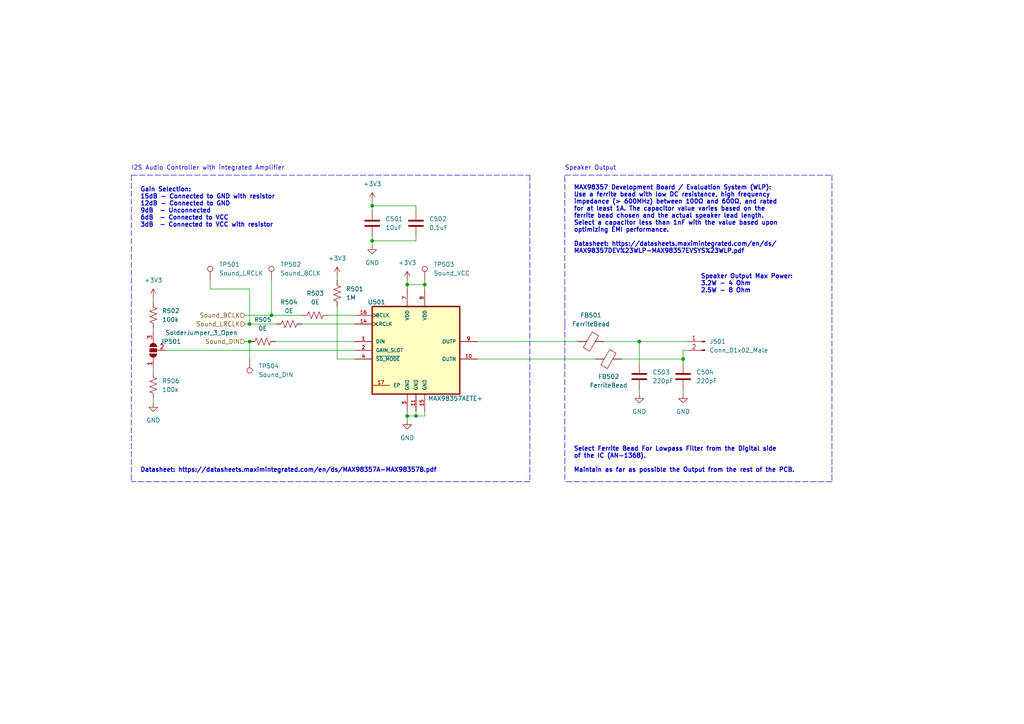
<source format=kicad_sch>
(kicad_sch (version 20211123) (generator eeschema)

  (uuid f8593393-2c8a-4bc9-9883-9334513e02bf)

  (paper "A4")

  (title_block
    (title "Thesis Proyect Luis Ernesto Fdez")
    (date "2022-03-17")
    (rev "A")
    (company "Universidad Autónoma de Querétaro")
    (comment 1 "external sensors and LEGO mechanical construction elements as educational equipment.")
    (comment 2 "Design implemets a replacement for the LEGO Mindstorms robot controllers for use with")
    (comment 3 "Distributed Open-source as: CC BY-SA 4.0")
  )

  (lib_symbols
    (symbol "Connector:Conn_01x02_Male" (pin_names (offset 1.016) hide) (in_bom yes) (on_board yes)
      (property "Reference" "J" (id 0) (at 0 2.54 0)
        (effects (font (size 1.27 1.27)))
      )
      (property "Value" "Conn_01x02_Male" (id 1) (at 0 -5.08 0)
        (effects (font (size 1.27 1.27)))
      )
      (property "Footprint" "" (id 2) (at 0 0 0)
        (effects (font (size 1.27 1.27)) hide)
      )
      (property "Datasheet" "~" (id 3) (at 0 0 0)
        (effects (font (size 1.27 1.27)) hide)
      )
      (property "ki_keywords" "connector" (id 4) (at 0 0 0)
        (effects (font (size 1.27 1.27)) hide)
      )
      (property "ki_description" "Generic connector, single row, 01x02, script generated (kicad-library-utils/schlib/autogen/connector/)" (id 5) (at 0 0 0)
        (effects (font (size 1.27 1.27)) hide)
      )
      (property "ki_fp_filters" "Connector*:*_1x??_*" (id 6) (at 0 0 0)
        (effects (font (size 1.27 1.27)) hide)
      )
      (symbol "Conn_01x02_Male_1_1"
        (polyline
          (pts
            (xy 1.27 -2.54)
            (xy 0.8636 -2.54)
          )
          (stroke (width 0.1524) (type default) (color 0 0 0 0))
          (fill (type none))
        )
        (polyline
          (pts
            (xy 1.27 0)
            (xy 0.8636 0)
          )
          (stroke (width 0.1524) (type default) (color 0 0 0 0))
          (fill (type none))
        )
        (rectangle (start 0.8636 -2.413) (end 0 -2.667)
          (stroke (width 0.1524) (type default) (color 0 0 0 0))
          (fill (type outline))
        )
        (rectangle (start 0.8636 0.127) (end 0 -0.127)
          (stroke (width 0.1524) (type default) (color 0 0 0 0))
          (fill (type outline))
        )
        (pin passive line (at 5.08 0 180) (length 3.81)
          (name "Pin_1" (effects (font (size 1.27 1.27))))
          (number "1" (effects (font (size 1.27 1.27))))
        )
        (pin passive line (at 5.08 -2.54 180) (length 3.81)
          (name "Pin_2" (effects (font (size 1.27 1.27))))
          (number "2" (effects (font (size 1.27 1.27))))
        )
      )
    )
    (symbol "Connector:TestPoint" (pin_numbers hide) (pin_names (offset 0.762) hide) (in_bom yes) (on_board yes)
      (property "Reference" "TP" (id 0) (at 0 6.858 0)
        (effects (font (size 1.27 1.27)))
      )
      (property "Value" "TestPoint" (id 1) (at 0 5.08 0)
        (effects (font (size 1.27 1.27)))
      )
      (property "Footprint" "" (id 2) (at 5.08 0 0)
        (effects (font (size 1.27 1.27)) hide)
      )
      (property "Datasheet" "~" (id 3) (at 5.08 0 0)
        (effects (font (size 1.27 1.27)) hide)
      )
      (property "ki_keywords" "test point tp" (id 4) (at 0 0 0)
        (effects (font (size 1.27 1.27)) hide)
      )
      (property "ki_description" "test point" (id 5) (at 0 0 0)
        (effects (font (size 1.27 1.27)) hide)
      )
      (property "ki_fp_filters" "Pin* Test*" (id 6) (at 0 0 0)
        (effects (font (size 1.27 1.27)) hide)
      )
      (symbol "TestPoint_0_1"
        (circle (center 0 3.302) (radius 0.762)
          (stroke (width 0) (type default) (color 0 0 0 0))
          (fill (type none))
        )
      )
      (symbol "TestPoint_1_1"
        (pin passive line (at 0 0 90) (length 2.54)
          (name "1" (effects (font (size 1.27 1.27))))
          (number "1" (effects (font (size 1.27 1.27))))
        )
      )
    )
    (symbol "Device:C" (pin_numbers hide) (pin_names (offset 0.254)) (in_bom yes) (on_board yes)
      (property "Reference" "C" (id 0) (at 0.635 2.54 0)
        (effects (font (size 1.27 1.27)) (justify left))
      )
      (property "Value" "C" (id 1) (at 0.635 -2.54 0)
        (effects (font (size 1.27 1.27)) (justify left))
      )
      (property "Footprint" "" (id 2) (at 0.9652 -3.81 0)
        (effects (font (size 1.27 1.27)) hide)
      )
      (property "Datasheet" "~" (id 3) (at 0 0 0)
        (effects (font (size 1.27 1.27)) hide)
      )
      (property "ki_keywords" "cap capacitor" (id 4) (at 0 0 0)
        (effects (font (size 1.27 1.27)) hide)
      )
      (property "ki_description" "Unpolarized capacitor" (id 5) (at 0 0 0)
        (effects (font (size 1.27 1.27)) hide)
      )
      (property "ki_fp_filters" "C_*" (id 6) (at 0 0 0)
        (effects (font (size 1.27 1.27)) hide)
      )
      (symbol "C_0_1"
        (polyline
          (pts
            (xy -2.032 -0.762)
            (xy 2.032 -0.762)
          )
          (stroke (width 0.508) (type default) (color 0 0 0 0))
          (fill (type none))
        )
        (polyline
          (pts
            (xy -2.032 0.762)
            (xy 2.032 0.762)
          )
          (stroke (width 0.508) (type default) (color 0 0 0 0))
          (fill (type none))
        )
      )
      (symbol "C_1_1"
        (pin passive line (at 0 3.81 270) (length 2.794)
          (name "~" (effects (font (size 1.27 1.27))))
          (number "1" (effects (font (size 1.27 1.27))))
        )
        (pin passive line (at 0 -3.81 90) (length 2.794)
          (name "~" (effects (font (size 1.27 1.27))))
          (number "2" (effects (font (size 1.27 1.27))))
        )
      )
    )
    (symbol "Device:FerriteBead" (pin_numbers hide) (pin_names (offset 0)) (in_bom yes) (on_board yes)
      (property "Reference" "FB" (id 0) (at -3.81 0.635 90)
        (effects (font (size 1.27 1.27)))
      )
      (property "Value" "FerriteBead" (id 1) (at 3.81 0 90)
        (effects (font (size 1.27 1.27)))
      )
      (property "Footprint" "" (id 2) (at -1.778 0 90)
        (effects (font (size 1.27 1.27)) hide)
      )
      (property "Datasheet" "~" (id 3) (at 0 0 0)
        (effects (font (size 1.27 1.27)) hide)
      )
      (property "ki_keywords" "L ferrite bead inductor filter" (id 4) (at 0 0 0)
        (effects (font (size 1.27 1.27)) hide)
      )
      (property "ki_description" "Ferrite bead" (id 5) (at 0 0 0)
        (effects (font (size 1.27 1.27)) hide)
      )
      (property "ki_fp_filters" "Inductor_* L_* *Ferrite*" (id 6) (at 0 0 0)
        (effects (font (size 1.27 1.27)) hide)
      )
      (symbol "FerriteBead_0_1"
        (polyline
          (pts
            (xy 0 -1.27)
            (xy 0 -1.2192)
          )
          (stroke (width 0) (type default) (color 0 0 0 0))
          (fill (type none))
        )
        (polyline
          (pts
            (xy 0 1.27)
            (xy 0 1.2954)
          )
          (stroke (width 0) (type default) (color 0 0 0 0))
          (fill (type none))
        )
        (polyline
          (pts
            (xy -2.7686 0.4064)
            (xy -1.7018 2.2606)
            (xy 2.7686 -0.3048)
            (xy 1.6764 -2.159)
            (xy -2.7686 0.4064)
          )
          (stroke (width 0) (type default) (color 0 0 0 0))
          (fill (type none))
        )
      )
      (symbol "FerriteBead_1_1"
        (pin passive line (at 0 3.81 270) (length 2.54)
          (name "~" (effects (font (size 1.27 1.27))))
          (number "1" (effects (font (size 1.27 1.27))))
        )
        (pin passive line (at 0 -3.81 90) (length 2.54)
          (name "~" (effects (font (size 1.27 1.27))))
          (number "2" (effects (font (size 1.27 1.27))))
        )
      )
    )
    (symbol "Device:R_US" (pin_numbers hide) (pin_names (offset 0)) (in_bom yes) (on_board yes)
      (property "Reference" "R" (id 0) (at 2.54 0 90)
        (effects (font (size 1.27 1.27)))
      )
      (property "Value" "R_US" (id 1) (at -2.54 0 90)
        (effects (font (size 1.27 1.27)))
      )
      (property "Footprint" "" (id 2) (at 1.016 -0.254 90)
        (effects (font (size 1.27 1.27)) hide)
      )
      (property "Datasheet" "~" (id 3) (at 0 0 0)
        (effects (font (size 1.27 1.27)) hide)
      )
      (property "ki_keywords" "R res resistor" (id 4) (at 0 0 0)
        (effects (font (size 1.27 1.27)) hide)
      )
      (property "ki_description" "Resistor, US symbol" (id 5) (at 0 0 0)
        (effects (font (size 1.27 1.27)) hide)
      )
      (property "ki_fp_filters" "R_*" (id 6) (at 0 0 0)
        (effects (font (size 1.27 1.27)) hide)
      )
      (symbol "R_US_0_1"
        (polyline
          (pts
            (xy 0 -2.286)
            (xy 0 -2.54)
          )
          (stroke (width 0) (type default) (color 0 0 0 0))
          (fill (type none))
        )
        (polyline
          (pts
            (xy 0 2.286)
            (xy 0 2.54)
          )
          (stroke (width 0) (type default) (color 0 0 0 0))
          (fill (type none))
        )
        (polyline
          (pts
            (xy 0 -0.762)
            (xy 1.016 -1.143)
            (xy 0 -1.524)
            (xy -1.016 -1.905)
            (xy 0 -2.286)
          )
          (stroke (width 0) (type default) (color 0 0 0 0))
          (fill (type none))
        )
        (polyline
          (pts
            (xy 0 0.762)
            (xy 1.016 0.381)
            (xy 0 0)
            (xy -1.016 -0.381)
            (xy 0 -0.762)
          )
          (stroke (width 0) (type default) (color 0 0 0 0))
          (fill (type none))
        )
        (polyline
          (pts
            (xy 0 2.286)
            (xy 1.016 1.905)
            (xy 0 1.524)
            (xy -1.016 1.143)
            (xy 0 0.762)
          )
          (stroke (width 0) (type default) (color 0 0 0 0))
          (fill (type none))
        )
      )
      (symbol "R_US_1_1"
        (pin passive line (at 0 3.81 270) (length 1.27)
          (name "~" (effects (font (size 1.27 1.27))))
          (number "1" (effects (font (size 1.27 1.27))))
        )
        (pin passive line (at 0 -3.81 90) (length 1.27)
          (name "~" (effects (font (size 1.27 1.27))))
          (number "2" (effects (font (size 1.27 1.27))))
        )
      )
    )
    (symbol "Jumper:SolderJumper_3_Open" (pin_names (offset 0) hide) (in_bom yes) (on_board yes)
      (property "Reference" "JP" (id 0) (at -2.54 -2.54 0)
        (effects (font (size 1.27 1.27)))
      )
      (property "Value" "SolderJumper_3_Open" (id 1) (at 0 2.794 0)
        (effects (font (size 1.27 1.27)))
      )
      (property "Footprint" "" (id 2) (at 0 0 0)
        (effects (font (size 1.27 1.27)) hide)
      )
      (property "Datasheet" "~" (id 3) (at 0 0 0)
        (effects (font (size 1.27 1.27)) hide)
      )
      (property "ki_keywords" "Solder Jumper SPDT" (id 4) (at 0 0 0)
        (effects (font (size 1.27 1.27)) hide)
      )
      (property "ki_description" "Solder Jumper, 3-pole, open" (id 5) (at 0 0 0)
        (effects (font (size 1.27 1.27)) hide)
      )
      (property "ki_fp_filters" "SolderJumper*Open*" (id 6) (at 0 0 0)
        (effects (font (size 1.27 1.27)) hide)
      )
      (symbol "SolderJumper_3_Open_0_1"
        (arc (start -1.016 1.016) (mid -2.032 0) (end -1.016 -1.016)
          (stroke (width 0) (type default) (color 0 0 0 0))
          (fill (type none))
        )
        (arc (start -1.016 1.016) (mid -2.032 0) (end -1.016 -1.016)
          (stroke (width 0) (type default) (color 0 0 0 0))
          (fill (type outline))
        )
        (rectangle (start -0.508 1.016) (end 0.508 -1.016)
          (stroke (width 0) (type default) (color 0 0 0 0))
          (fill (type outline))
        )
        (polyline
          (pts
            (xy -2.54 0)
            (xy -2.032 0)
          )
          (stroke (width 0) (type default) (color 0 0 0 0))
          (fill (type none))
        )
        (polyline
          (pts
            (xy -1.016 1.016)
            (xy -1.016 -1.016)
          )
          (stroke (width 0) (type default) (color 0 0 0 0))
          (fill (type none))
        )
        (polyline
          (pts
            (xy 0 -1.27)
            (xy 0 -1.016)
          )
          (stroke (width 0) (type default) (color 0 0 0 0))
          (fill (type none))
        )
        (polyline
          (pts
            (xy 1.016 1.016)
            (xy 1.016 -1.016)
          )
          (stroke (width 0) (type default) (color 0 0 0 0))
          (fill (type none))
        )
        (polyline
          (pts
            (xy 2.54 0)
            (xy 2.032 0)
          )
          (stroke (width 0) (type default) (color 0 0 0 0))
          (fill (type none))
        )
        (arc (start 1.016 -1.016) (mid 2.032 0) (end 1.016 1.016)
          (stroke (width 0) (type default) (color 0 0 0 0))
          (fill (type none))
        )
        (arc (start 1.016 -1.016) (mid 2.032 0) (end 1.016 1.016)
          (stroke (width 0) (type default) (color 0 0 0 0))
          (fill (type outline))
        )
      )
      (symbol "SolderJumper_3_Open_1_1"
        (pin passive line (at -5.08 0 0) (length 2.54)
          (name "A" (effects (font (size 1.27 1.27))))
          (number "1" (effects (font (size 1.27 1.27))))
        )
        (pin passive line (at 0 -3.81 90) (length 2.54)
          (name "C" (effects (font (size 1.27 1.27))))
          (number "2" (effects (font (size 1.27 1.27))))
        )
        (pin passive line (at 5.08 0 180) (length 2.54)
          (name "B" (effects (font (size 1.27 1.27))))
          (number "3" (effects (font (size 1.27 1.27))))
        )
      )
    )
    (symbol "MAX98357AETE_:MAX98357AETE+" (pin_names (offset 1.016)) (in_bom yes) (on_board yes)
      (property "Reference" "U" (id 0) (at -12.7254 13.7414 0)
        (effects (font (size 1.27 1.27)) (justify left bottom))
      )
      (property "Value" "MAX98357AETE+" (id 1) (at 5.08 -15.24 0)
        (effects (font (size 1.27 1.27)) (justify left bottom))
      )
      (property "Footprint" "SnapEDA Library:QFN50P300X300X80-17N" (id 2) (at 5.08 -27.94 0)
        (effects (font (size 1.27 1.27)) (justify left bottom) hide)
      )
      (property "Datasheet" "" (id 3) (at 0 0 0)
        (effects (font (size 1.27 1.27)) (justify left bottom) hide)
      )
      (property "STANDARD" "IPC7351B" (id 4) (at 5.08 -22.86 0)
        (effects (font (size 1.27 1.27)) (justify left bottom) hide)
      )
      (property "DESCRIPTION" "Audio Amp Speaker 1-CH Mono Class-D 16-Pin TQFN EP" (id 5) (at 5.08 -30.48 0)
        (effects (font (size 1.27 1.27)) (justify left bottom) hide)
      )
      (property "MP" "MAX98357AETE+" (id 6) (at 5.08 -20.32 0)
        (effects (font (size 1.27 1.27)) (justify left bottom) hide)
      )
      (property "PACKAGE" "TQFN-16 Maxim Integrated" (id 7) (at 5.08 -33.02 0)
        (effects (font (size 1.27 1.27)) (justify left bottom) hide)
      )
      (property "MANUFACTURER" "Maxim Integrated" (id 8) (at 5.08 -17.78 0)
        (effects (font (size 1.27 1.27)) (justify left bottom) hide)
      )
      (property "PRICE" "None" (id 9) (at 5.08 -25.4 0)
        (effects (font (size 1.27 1.27)) (justify left bottom) hide)
      )
      (property "ki_locked" "" (id 10) (at 0 0 0)
        (effects (font (size 1.27 1.27)))
      )
      (symbol "MAX98357AETE+_0_0"
        (rectangle (start -12.7 12.7) (end 12.7 -12.7)
          (stroke (width 0.4064) (type default) (color 0 0 0 0))
          (fill (type background))
        )
        (pin input line (at -17.78 2.54 0) (length 5.08)
          (name "DIN" (effects (font (size 1.016 1.016))))
          (number "1" (effects (font (size 1.016 1.016))))
        )
        (pin output line (at 17.78 -2.54 180) (length 5.08)
          (name "OUTN" (effects (font (size 1.016 1.016))))
          (number "10" (effects (font (size 1.016 1.016))))
        )
        (pin power_in line (at 0 -17.78 90) (length 5.08)
          (name "GND" (effects (font (size 1.016 1.016))))
          (number "11" (effects (font (size 1.016 1.016))))
        )
        (pin input clock (at -17.78 7.62 0) (length 5.08)
          (name "LRCLK" (effects (font (size 1.016 1.016))))
          (number "14" (effects (font (size 1.016 1.016))))
        )
        (pin power_in line (at 2.54 -17.78 90) (length 5.08)
          (name "GND" (effects (font (size 1.016 1.016))))
          (number "15" (effects (font (size 1.016 1.016))))
        )
        (pin input clock (at -17.78 10.16 0) (length 5.08)
          (name "BCLK" (effects (font (size 1.016 1.016))))
          (number "16" (effects (font (size 1.016 1.016))))
        )
        (pin power_in line (at -12.7 -10.16 0) (length 5.08)
          (name "EP" (effects (font (size 1.016 1.016))))
          (number "17" (effects (font (size 1.016 1.016))))
        )
        (pin input line (at -17.78 0 0) (length 5.08)
          (name "GAIN_SLOT" (effects (font (size 1.016 1.016))))
          (number "2" (effects (font (size 1.016 1.016))))
        )
        (pin power_in line (at -2.54 -17.78 90) (length 5.08)
          (name "GND" (effects (font (size 1.016 1.016))))
          (number "3" (effects (font (size 1.016 1.016))))
        )
        (pin input line (at -17.78 -2.54 0) (length 5.08)
          (name "~{SD_MODE}" (effects (font (size 1.016 1.016))))
          (number "4" (effects (font (size 1.016 1.016))))
        )
        (pin power_in line (at -2.54 17.78 270) (length 5.08)
          (name "VDD" (effects (font (size 1.016 1.016))))
          (number "7" (effects (font (size 1.016 1.016))))
        )
        (pin power_in line (at 2.54 17.78 270) (length 5.08)
          (name "VDD" (effects (font (size 1.016 1.016))))
          (number "8" (effects (font (size 1.016 1.016))))
        )
        (pin output line (at 17.78 2.54 180) (length 5.08)
          (name "OUTP" (effects (font (size 1.016 1.016))))
          (number "9" (effects (font (size 1.016 1.016))))
        )
      )
    )
    (symbol "power:+3.3V" (power) (pin_names (offset 0)) (in_bom yes) (on_board yes)
      (property "Reference" "#PWR" (id 0) (at 0 -3.81 0)
        (effects (font (size 1.27 1.27)) hide)
      )
      (property "Value" "+3.3V" (id 1) (at 0 3.556 0)
        (effects (font (size 1.27 1.27)))
      )
      (property "Footprint" "" (id 2) (at 0 0 0)
        (effects (font (size 1.27 1.27)) hide)
      )
      (property "Datasheet" "" (id 3) (at 0 0 0)
        (effects (font (size 1.27 1.27)) hide)
      )
      (property "ki_keywords" "power-flag" (id 4) (at 0 0 0)
        (effects (font (size 1.27 1.27)) hide)
      )
      (property "ki_description" "Power symbol creates a global label with name \"+3.3V\"" (id 5) (at 0 0 0)
        (effects (font (size 1.27 1.27)) hide)
      )
      (symbol "+3.3V_0_1"
        (polyline
          (pts
            (xy -0.762 1.27)
            (xy 0 2.54)
          )
          (stroke (width 0) (type default) (color 0 0 0 0))
          (fill (type none))
        )
        (polyline
          (pts
            (xy 0 0)
            (xy 0 2.54)
          )
          (stroke (width 0) (type default) (color 0 0 0 0))
          (fill (type none))
        )
        (polyline
          (pts
            (xy 0 2.54)
            (xy 0.762 1.27)
          )
          (stroke (width 0) (type default) (color 0 0 0 0))
          (fill (type none))
        )
      )
      (symbol "+3.3V_1_1"
        (pin power_in line (at 0 0 90) (length 0) hide
          (name "+3V3" (effects (font (size 1.27 1.27))))
          (number "1" (effects (font (size 1.27 1.27))))
        )
      )
    )
    (symbol "power:GND" (power) (pin_names (offset 0)) (in_bom yes) (on_board yes)
      (property "Reference" "#PWR" (id 0) (at 0 -6.35 0)
        (effects (font (size 1.27 1.27)) hide)
      )
      (property "Value" "GND" (id 1) (at 0 -3.81 0)
        (effects (font (size 1.27 1.27)))
      )
      (property "Footprint" "" (id 2) (at 0 0 0)
        (effects (font (size 1.27 1.27)) hide)
      )
      (property "Datasheet" "" (id 3) (at 0 0 0)
        (effects (font (size 1.27 1.27)) hide)
      )
      (property "ki_keywords" "power-flag" (id 4) (at 0 0 0)
        (effects (font (size 1.27 1.27)) hide)
      )
      (property "ki_description" "Power symbol creates a global label with name \"GND\" , ground" (id 5) (at 0 0 0)
        (effects (font (size 1.27 1.27)) hide)
      )
      (symbol "GND_0_1"
        (polyline
          (pts
            (xy 0 0)
            (xy 0 -1.27)
            (xy 1.27 -1.27)
            (xy 0 -2.54)
            (xy -1.27 -1.27)
            (xy 0 -1.27)
          )
          (stroke (width 0) (type default) (color 0 0 0 0))
          (fill (type none))
        )
      )
      (symbol "GND_1_1"
        (pin power_in line (at 0 0 270) (length 0) hide
          (name "GND" (effects (font (size 1.27 1.27))))
          (number "1" (effects (font (size 1.27 1.27))))
        )
      )
    )
  )

  (junction (at 72.39 99.06) (diameter 0) (color 0 0 0 0)
    (uuid 01a0a8b9-b70e-496b-8629-9b2e0b2bac22)
  )
  (junction (at 118.11 120.65) (diameter 0) (color 0 0 0 0)
    (uuid 0b328967-0cbd-4a6a-a956-fea5dd31c685)
  )
  (junction (at 185.42 99.06) (diameter 0) (color 0 0 0 0)
    (uuid 3424b603-07ad-456c-a119-88a7879f012d)
  )
  (junction (at 123.19 82.55) (diameter 0) (color 0 0 0 0)
    (uuid 49a0e89b-6000-45f9-b11c-cea7110ad0b2)
  )
  (junction (at 198.12 104.14) (diameter 0) (color 0 0 0 0)
    (uuid 90b5740f-aef4-4dc3-8b55-ca428cc9243b)
  )
  (junction (at 72.39 93.98) (diameter 0) (color 0 0 0 0)
    (uuid 96991370-054e-4b7e-ab87-51feb328ffff)
  )
  (junction (at 118.11 82.55) (diameter 0) (color 0 0 0 0)
    (uuid 9d949f52-79c8-4989-9cbf-7611627173bd)
  )
  (junction (at 78.74 91.44) (diameter 0) (color 0 0 0 0)
    (uuid 9e0bc174-cd40-41b2-a1ff-8cca192fab67)
  )
  (junction (at 107.95 59.69) (diameter 0) (color 0 0 0 0)
    (uuid a13c6e3d-b8ff-4a7b-b99c-38cc9cbeec19)
  )
  (junction (at 107.95 69.85) (diameter 0) (color 0 0 0 0)
    (uuid c2c0e427-364e-4525-a815-208fa26c3b72)
  )
  (junction (at 120.65 120.65) (diameter 0) (color 0 0 0 0)
    (uuid e14e97ca-70ec-413c-83c8-c973bb593213)
  )

  (polyline (pts (xy 241.3 50.8) (xy 241.3 139.7))
    (stroke (width 0) (type default) (color 0 0 0 0))
    (uuid 0157ac5a-db25-446d-add3-563d5dfca588)
  )

  (wire (pts (xy 185.42 113.03) (xy 185.42 114.3))
    (stroke (width 0) (type default) (color 0 0 0 0))
    (uuid 058ece99-4961-4766-abf4-a26880072776)
  )
  (wire (pts (xy 71.12 99.06) (xy 72.39 99.06))
    (stroke (width 0) (type default) (color 0 0 0 0))
    (uuid 09e2ed8b-dd2c-46df-bf6f-90db60d28340)
  )
  (wire (pts (xy 118.11 120.65) (xy 118.11 121.92))
    (stroke (width 0) (type default) (color 0 0 0 0))
    (uuid 0aa942eb-3146-4f64-8f2a-d2c67755a7c2)
  )
  (wire (pts (xy 198.12 104.14) (xy 198.12 105.41))
    (stroke (width 0) (type default) (color 0 0 0 0))
    (uuid 0e76fd45-2f84-409a-a082-f6d16f456f88)
  )
  (wire (pts (xy 123.19 81.28) (xy 123.19 82.55))
    (stroke (width 0) (type default) (color 0 0 0 0))
    (uuid 198be7db-58d6-4426-b533-a8563e924584)
  )
  (wire (pts (xy 198.12 113.03) (xy 198.12 114.3))
    (stroke (width 0) (type default) (color 0 0 0 0))
    (uuid 1c03305a-519e-429d-baef-bd4214799d9b)
  )
  (wire (pts (xy 97.79 88.9) (xy 97.79 104.14))
    (stroke (width 0) (type default) (color 0 0 0 0))
    (uuid 201b60da-0996-4375-9280-e48b725cfa99)
  )
  (wire (pts (xy 123.19 119.38) (xy 123.19 120.65))
    (stroke (width 0) (type default) (color 0 0 0 0))
    (uuid 20df01dd-0c9c-42c6-a334-2e67e51b4d7a)
  )
  (wire (pts (xy 123.19 120.65) (xy 120.65 120.65))
    (stroke (width 0) (type default) (color 0 0 0 0))
    (uuid 26d6d734-8ec6-46df-a4c2-f7af480b9916)
  )
  (wire (pts (xy 78.74 91.44) (xy 87.63 91.44))
    (stroke (width 0) (type default) (color 0 0 0 0))
    (uuid 2e0198bf-4b26-4d55-be28-e32dd6bad921)
  )
  (wire (pts (xy 120.65 69.85) (xy 107.95 69.85))
    (stroke (width 0) (type default) (color 0 0 0 0))
    (uuid 361b414a-e9e6-4122-a39f-48ad68e17c7b)
  )
  (wire (pts (xy 97.79 104.14) (xy 102.87 104.14))
    (stroke (width 0) (type default) (color 0 0 0 0))
    (uuid 40a3ee6b-0946-4df9-98ae-ffcc3db9ce35)
  )
  (wire (pts (xy 199.39 101.6) (xy 198.12 101.6))
    (stroke (width 0) (type default) (color 0 0 0 0))
    (uuid 46c6d832-7aef-46f4-965d-50e3cd0db0b0)
  )
  (wire (pts (xy 120.65 120.65) (xy 118.11 120.65))
    (stroke (width 0) (type default) (color 0 0 0 0))
    (uuid 4d61dafa-697e-4002-8dc7-524083c561f5)
  )
  (wire (pts (xy 138.43 104.14) (xy 172.72 104.14))
    (stroke (width 0) (type default) (color 0 0 0 0))
    (uuid 4dd661ed-beb0-4e60-80ae-07ac4473bc01)
  )
  (wire (pts (xy 198.12 101.6) (xy 198.12 104.14))
    (stroke (width 0) (type default) (color 0 0 0 0))
    (uuid 5850ed5d-4e7c-41f5-aed9-85320f4cc98e)
  )
  (wire (pts (xy 44.45 106.68) (xy 44.45 107.95))
    (stroke (width 0) (type default) (color 0 0 0 0))
    (uuid 5855c356-e7f2-4398-ae79-b802b0ee7e1b)
  )
  (wire (pts (xy 71.12 93.98) (xy 72.39 93.98))
    (stroke (width 0) (type default) (color 0 0 0 0))
    (uuid 5bcdf3a4-712b-40f8-8d52-b8b7ccab7136)
  )
  (wire (pts (xy 72.39 93.98) (xy 80.01 93.98))
    (stroke (width 0) (type default) (color 0 0 0 0))
    (uuid 5d96eeb4-9a93-4b1a-a1fc-aab10ced7522)
  )
  (wire (pts (xy 120.65 60.96) (xy 120.65 59.69))
    (stroke (width 0) (type default) (color 0 0 0 0))
    (uuid 649a67e0-dfc0-4585-825e-03905d7f752e)
  )
  (polyline (pts (xy 163.83 93.98) (xy 163.83 139.7))
    (stroke (width 0) (type default) (color 0 0 0 0))
    (uuid 663c361a-e31b-44ee-9de0-810c595caf3d)
  )

  (wire (pts (xy 44.45 95.25) (xy 44.45 96.52))
    (stroke (width 0) (type default) (color 0 0 0 0))
    (uuid 69466a13-3b82-40ca-8afc-fa0aa2b8fe99)
  )
  (wire (pts (xy 118.11 82.55) (xy 118.11 83.82))
    (stroke (width 0) (type default) (color 0 0 0 0))
    (uuid 6f0d7533-a31e-4a45-828e-bec96e2d907c)
  )
  (wire (pts (xy 107.95 59.69) (xy 120.65 59.69))
    (stroke (width 0) (type default) (color 0 0 0 0))
    (uuid 76132376-dab9-4891-b76c-afe0e427632d)
  )
  (wire (pts (xy 120.65 119.38) (xy 120.65 120.65))
    (stroke (width 0) (type default) (color 0 0 0 0))
    (uuid 7952b369-929e-49d2-92fe-eb08f36cb690)
  )
  (wire (pts (xy 118.11 81.28) (xy 118.11 82.55))
    (stroke (width 0) (type default) (color 0 0 0 0))
    (uuid 7a79143e-f8cf-4b96-9baf-bd9886dd3f1c)
  )
  (wire (pts (xy 123.19 83.82) (xy 123.19 82.55))
    (stroke (width 0) (type default) (color 0 0 0 0))
    (uuid 8667444a-964e-4f8d-9b07-5e20759ec93b)
  )
  (wire (pts (xy 107.95 69.85) (xy 107.95 71.12))
    (stroke (width 0) (type default) (color 0 0 0 0))
    (uuid 8b0ed2fb-c3d3-485d-9332-e30456ddcaae)
  )
  (polyline (pts (xy 153.67 50.8) (xy 153.67 139.7))
    (stroke (width 0) (type default) (color 0 0 0 0))
    (uuid 8ee60ec0-5610-42f3-948f-112b591c88ba)
  )
  (polyline (pts (xy 163.83 50.8) (xy 241.3 50.8))
    (stroke (width 0) (type default) (color 0 0 0 0))
    (uuid 927ea4ca-1ca3-4388-a24c-941eddcfe7c3)
  )

  (wire (pts (xy 72.39 83.82) (xy 72.39 93.98))
    (stroke (width 0) (type default) (color 0 0 0 0))
    (uuid 92df2d62-27b8-44f1-813e-da465a4fa89e)
  )
  (wire (pts (xy 120.65 68.58) (xy 120.65 69.85))
    (stroke (width 0) (type default) (color 0 0 0 0))
    (uuid 98a27080-c8ad-4154-b25a-ca44937b31cf)
  )
  (wire (pts (xy 87.63 93.98) (xy 102.87 93.98))
    (stroke (width 0) (type default) (color 0 0 0 0))
    (uuid 998d36e7-c82c-48da-a9dc-164ba5634d83)
  )
  (wire (pts (xy 71.12 91.44) (xy 78.74 91.44))
    (stroke (width 0) (type default) (color 0 0 0 0))
    (uuid a10e8c15-4587-4851-baf5-cbe28fda79b7)
  )
  (wire (pts (xy 72.39 99.06) (xy 72.39 104.14))
    (stroke (width 0) (type default) (color 0 0 0 0))
    (uuid a4d31014-331a-4ac2-920d-de01062f6579)
  )
  (wire (pts (xy 107.95 58.42) (xy 107.95 59.69))
    (stroke (width 0) (type default) (color 0 0 0 0))
    (uuid ab5f6b40-3f1f-4535-8820-eed26cccca44)
  )
  (wire (pts (xy 44.45 115.57) (xy 44.45 116.84))
    (stroke (width 0) (type default) (color 0 0 0 0))
    (uuid ab6f9988-7c1a-4f6e-85dd-9595f66de7a3)
  )
  (wire (pts (xy 138.43 99.06) (xy 167.64 99.06))
    (stroke (width 0) (type default) (color 0 0 0 0))
    (uuid acdb42f1-05aa-4baa-956f-e79583626c1a)
  )
  (wire (pts (xy 97.79 80.01) (xy 97.79 81.28))
    (stroke (width 0) (type default) (color 0 0 0 0))
    (uuid ad95e3fd-12cb-48dd-b5ec-892366874b1e)
  )
  (wire (pts (xy 95.25 91.44) (xy 102.87 91.44))
    (stroke (width 0) (type default) (color 0 0 0 0))
    (uuid b063e88f-f15b-40d4-bc02-918a791c7246)
  )
  (wire (pts (xy 44.45 86.36) (xy 44.45 87.63))
    (stroke (width 0) (type default) (color 0 0 0 0))
    (uuid b60892dc-a7cd-4091-9ffb-6478ddaf97a6)
  )
  (wire (pts (xy 185.42 99.06) (xy 199.39 99.06))
    (stroke (width 0) (type default) (color 0 0 0 0))
    (uuid b93932f4-1868-461b-aee5-51ca556051aa)
  )
  (polyline (pts (xy 241.3 139.7) (xy 163.83 139.7))
    (stroke (width 0) (type default) (color 0 0 0 0))
    (uuid b94832ba-5423-46bc-bb91-bb6d2da7360f)
  )
  (polyline (pts (xy 163.83 93.98) (xy 163.83 50.8))
    (stroke (width 0) (type default) (color 0 0 0 0))
    (uuid bbde48ea-de3a-4981-87a9-f3d558e5ea7e)
  )

  (wire (pts (xy 123.19 82.55) (xy 118.11 82.55))
    (stroke (width 0) (type default) (color 0 0 0 0))
    (uuid bc744251-c049-4d7a-959e-2a019644c454)
  )
  (wire (pts (xy 175.26 99.06) (xy 185.42 99.06))
    (stroke (width 0) (type default) (color 0 0 0 0))
    (uuid cbcfed51-03ce-4d85-a2e1-bc0311716138)
  )
  (wire (pts (xy 107.95 59.69) (xy 107.95 60.96))
    (stroke (width 0) (type default) (color 0 0 0 0))
    (uuid cd4b5f70-ac61-49c4-9d00-5b13a174d939)
  )
  (polyline (pts (xy 38.1 50.8) (xy 153.67 50.8))
    (stroke (width 0) (type default) (color 0 0 0 0))
    (uuid e82f01f3-36c5-4915-b59b-e8dd2f26e0b0)
  )

  (wire (pts (xy 118.11 119.38) (xy 118.11 120.65))
    (stroke (width 0) (type default) (color 0 0 0 0))
    (uuid e98a1eee-d709-4f52-80d3-07daacbcfcbe)
  )
  (polyline (pts (xy 153.67 139.7) (xy 38.1 139.7))
    (stroke (width 0) (type default) (color 0 0 0 0))
    (uuid ea0cec3f-215f-49c0-8aaf-ddccb45d0bb7)
  )

  (wire (pts (xy 48.26 101.6) (xy 102.87 101.6))
    (stroke (width 0) (type default) (color 0 0 0 0))
    (uuid f0692b60-b16c-4fc6-b2e3-12afc5603fe1)
  )
  (wire (pts (xy 107.95 68.58) (xy 107.95 69.85))
    (stroke (width 0) (type default) (color 0 0 0 0))
    (uuid f2483d0d-891a-4728-81c5-c611a05b1204)
  )
  (polyline (pts (xy 38.1 50.8) (xy 38.1 139.7))
    (stroke (width 0) (type default) (color 0 0 0 0))
    (uuid f42ae7b8-df6e-46d2-aa0c-7e91f70f2c52)
  )

  (wire (pts (xy 185.42 99.06) (xy 185.42 105.41))
    (stroke (width 0) (type default) (color 0 0 0 0))
    (uuid f5ae4aa4-22f9-42b5-baa4-0f5b0bd93f3f)
  )
  (wire (pts (xy 60.96 81.28) (xy 60.96 83.82))
    (stroke (width 0) (type default) (color 0 0 0 0))
    (uuid f67d6086-cca2-4933-94bc-afa6f21827d1)
  )
  (wire (pts (xy 180.34 104.14) (xy 198.12 104.14))
    (stroke (width 0) (type default) (color 0 0 0 0))
    (uuid f721f883-c415-4435-87d7-a8d026a954a7)
  )
  (wire (pts (xy 60.96 83.82) (xy 72.39 83.82))
    (stroke (width 0) (type default) (color 0 0 0 0))
    (uuid fd25a380-2195-4d9a-98e7-199054c07015)
  )
  (wire (pts (xy 78.74 81.28) (xy 78.74 91.44))
    (stroke (width 0) (type default) (color 0 0 0 0))
    (uuid fdb80a0f-acc9-4dba-bcc7-706cd34cae3b)
  )
  (wire (pts (xy 80.01 99.06) (xy 102.87 99.06))
    (stroke (width 0) (type default) (color 0 0 0 0))
    (uuid fe89a868-946f-47fc-95ed-690e9589bf7e)
  )

  (text "Speaker Output Max Power:\n3.2W - 4 Ohm\n2.5W - 8 Ohm"
    (at 203.2 85.09 0)
    (effects (font (size 1.27 1.27) (thickness 0.254) bold) (justify left bottom))
    (uuid 406b5a17-1560-4942-a083-11cde3186208)
  )
  (text "MAX98357 Development Board / Evaluation System (WLP):\nUse a ferrite bead with low DC resistance, high frequency\nimpedance (> 600MHz) between 100Ω and 600Ω, and rated\nfor at least 1A. The capacitor value varies based on the\nferrite bead chosen and the actual speaker lead length.\nSelect a capacitor less than 1nF with the value based upon\noptimizing EMI performance.\n\nDatasheet: https://datasheets.maximintegrated.com/en/ds/\nMAX98357DEV%23WLP-MAX98357EVSYS%23WLP.pdf"
    (at 166.37 73.66 0)
    (effects (font (size 1.27 1.27) bold) (justify left bottom))
    (uuid 48a76a47-cea8-4725-8e90-8a4956067bf3)
  )
  (text "Datasheet: https://datasheets.maximintegrated.com/en/ds/MAX98357A-MAX98357B.pdf"
    (at 40.64 137.16 0)
    (effects (font (size 1.27 1.27) (thickness 0.254) bold) (justify left bottom))
    (uuid 5f23b08a-aa2f-468d-87f8-704ec84030d4)
  )
  (text "I2S Audio Controller with integrated Amplifier" (at 38.1 49.53 0)
    (effects (font (size 1.27 1.27)) (justify left bottom))
    (uuid 731ed0c2-cfbb-4b63-b460-3eb4dc13a8fb)
  )
  (text "Gain Selection:\n15dB - Connected to GND with resistor\n12dB - Connected to GND\n9dB  - Unconnected\n6dB  - Connected to VCC\n3dB  - Connected to VCC with resistor"
    (at 40.64 66.04 0)
    (effects (font (size 1.27 1.27) (thickness 0.254) bold) (justify left bottom))
    (uuid d229d2f3-2456-4106-811b-aef91a1f4f6a)
  )
  (text "Speaker Output" (at 163.83 49.53 0)
    (effects (font (size 1.27 1.27)) (justify left bottom))
    (uuid e0aef027-0edf-44d7-9ea9-fd755c68a8d4)
  )
  (text "Select Ferrite Bead For Lowpass Filter from the Digital side\nof the IC (AN-1368).\n\nMaintain as far as possible the Output from the rest of the PCB."
    (at 166.37 137.16 0)
    (effects (font (size 1.27 1.27) bold) (justify left bottom))
    (uuid e1e6e95e-c646-4c19-964e-264c6e60204d)
  )

  (hierarchical_label "Sound_BCLK" (shape input) (at 71.12 91.44 180)
    (effects (font (size 1.27 1.27)) (justify right))
    (uuid 41b77f75-152c-42db-823a-6d368afa315f)
  )
  (hierarchical_label "Sound_DIN" (shape input) (at 71.12 99.06 180)
    (effects (font (size 1.27 1.27)) (justify right))
    (uuid a65e7aac-c941-4224-9580-d89fba3c1267)
  )
  (hierarchical_label "Sound_LRCLK" (shape input) (at 71.12 93.98 180)
    (effects (font (size 1.27 1.27)) (justify right))
    (uuid dd560459-56ea-40c7-b639-fa3968b40356)
  )

  (symbol (lib_id "power:GND") (at 185.42 114.3 0) (unit 1)
    (in_bom yes) (on_board yes) (fields_autoplaced)
    (uuid 12eb3d23-0ebe-4ff0-aa83-52fa31e7042c)
    (property "Reference" "#PWR0506" (id 0) (at 185.42 120.65 0)
      (effects (font (size 1.27 1.27)) hide)
    )
    (property "Value" "GND" (id 1) (at 185.42 119.38 0))
    (property "Footprint" "" (id 2) (at 185.42 114.3 0)
      (effects (font (size 1.27 1.27)) hide)
    )
    (property "Datasheet" "" (id 3) (at 185.42 114.3 0)
      (effects (font (size 1.27 1.27)) hide)
    )
    (pin "1" (uuid 4c02b17d-5381-4649-bf93-f36a194a76bf))
  )

  (symbol (lib_id "Device:R_US") (at 44.45 111.76 0) (unit 1)
    (in_bom yes) (on_board yes) (fields_autoplaced)
    (uuid 16e3d4cd-811d-4c4d-8702-331465fcaea6)
    (property "Reference" "R506" (id 0) (at 46.99 110.4899 0)
      (effects (font (size 1.27 1.27)) (justify left))
    )
    (property "Value" "100k" (id 1) (at 46.99 113.0299 0)
      (effects (font (size 1.27 1.27)) (justify left))
    )
    (property "Footprint" "Resistor_SMD:R_0402_1005Metric_Pad0.72x0.64mm_HandSolder" (id 2) (at 45.466 112.014 90)
      (effects (font (size 1.27 1.27)) hide)
    )
    (property "Datasheet" "~" (id 3) (at 44.45 111.76 0)
      (effects (font (size 1.27 1.27)) hide)
    )
    (pin "1" (uuid adf7f41f-82e3-4fff-92ae-618130320ea2))
    (pin "2" (uuid 3a8aeacf-2e0a-4005-aa8e-b698c4847875))
  )

  (symbol (lib_id "Device:FerriteBead") (at 171.45 99.06 90) (unit 1)
    (in_bom yes) (on_board yes) (fields_autoplaced)
    (uuid 1e2a5639-c2b6-4399-accc-528ac89e36e5)
    (property "Reference" "FB501" (id 0) (at 171.3992 91.44 90))
    (property "Value" "FerriteBead" (id 1) (at 171.3992 93.98 90))
    (property "Footprint" "Inductor_SMD:L_0805_2012Metric" (id 2) (at 171.45 100.838 90)
      (effects (font (size 1.27 1.27)) hide)
    )
    (property "Datasheet" "~" (id 3) (at 171.45 99.06 0)
      (effects (font (size 1.27 1.27)) hide)
    )
    (pin "1" (uuid d2478c04-430d-46c0-9123-588167aff513))
    (pin "2" (uuid 9715e8b9-aee8-40d3-92a7-1e9e5219029c))
  )

  (symbol (lib_id "Device:R_US") (at 76.2 99.06 270) (unit 1)
    (in_bom yes) (on_board yes) (fields_autoplaced)
    (uuid 53f71e9f-0c4a-4ca0-97cb-4d890684f850)
    (property "Reference" "R505" (id 0) (at 76.2 92.71 90))
    (property "Value" "0E" (id 1) (at 76.2 95.25 90))
    (property "Footprint" "Resistor_SMD:R_0402_1005Metric_Pad0.72x0.64mm_HandSolder" (id 2) (at 75.946 100.076 90)
      (effects (font (size 1.27 1.27)) hide)
    )
    (property "Datasheet" "~" (id 3) (at 76.2 99.06 0)
      (effects (font (size 1.27 1.27)) hide)
    )
    (pin "1" (uuid e2ad007d-5cc7-4f00-afe1-f074bf8bbd34))
    (pin "2" (uuid b118cbcd-7927-4bd0-a32e-6b5fd945192a))
  )

  (symbol (lib_id "Connector:TestPoint") (at 72.39 104.14 180) (unit 1)
    (in_bom yes) (on_board yes) (fields_autoplaced)
    (uuid 56007534-cd7e-4bc4-886b-6707f2c70053)
    (property "Reference" "TP504" (id 0) (at 74.93 106.1719 0)
      (effects (font (size 1.27 1.27)) (justify right))
    )
    (property "Value" "Sound_DIN" (id 1) (at 74.93 108.7119 0)
      (effects (font (size 1.27 1.27)) (justify right))
    )
    (property "Footprint" "TestPoint:TestPoint_Pad_D1.0mm" (id 2) (at 67.31 104.14 0)
      (effects (font (size 1.27 1.27)) hide)
    )
    (property "Datasheet" "~" (id 3) (at 67.31 104.14 0)
      (effects (font (size 1.27 1.27)) hide)
    )
    (pin "1" (uuid 0c961fea-2da6-4df0-b14e-a7088440ae8c))
  )

  (symbol (lib_id "Device:R_US") (at 44.45 91.44 0) (unit 1)
    (in_bom yes) (on_board yes) (fields_autoplaced)
    (uuid 5ce22101-fd66-4d83-87da-4f29c3c85102)
    (property "Reference" "R502" (id 0) (at 46.99 90.1699 0)
      (effects (font (size 1.27 1.27)) (justify left))
    )
    (property "Value" "100k" (id 1) (at 46.99 92.7099 0)
      (effects (font (size 1.27 1.27)) (justify left))
    )
    (property "Footprint" "Resistor_SMD:R_0402_1005Metric_Pad0.72x0.64mm_HandSolder" (id 2) (at 45.466 91.694 90)
      (effects (font (size 1.27 1.27)) hide)
    )
    (property "Datasheet" "~" (id 3) (at 44.45 91.44 0)
      (effects (font (size 1.27 1.27)) hide)
    )
    (pin "1" (uuid a7303e90-901f-4a04-87d0-0f4e6bdbbad5))
    (pin "2" (uuid 68e0ea94-4aee-48ad-8cf1-295bd7c44cd2))
  )

  (symbol (lib_id "Device:FerriteBead") (at 176.53 104.14 90) (unit 1)
    (in_bom yes) (on_board yes)
    (uuid 6414b26f-ee79-4922-b92e-2f7b9fc82280)
    (property "Reference" "FB502" (id 0) (at 176.53 109.22 90))
    (property "Value" "FerriteBead" (id 1) (at 176.53 111.76 90))
    (property "Footprint" "Inductor_SMD:L_0805_2012Metric" (id 2) (at 176.53 105.918 90)
      (effects (font (size 1.27 1.27)) hide)
    )
    (property "Datasheet" "~" (id 3) (at 176.53 104.14 0)
      (effects (font (size 1.27 1.27)) hide)
    )
    (pin "1" (uuid 01e9b5e8-4bda-42cd-873f-53f9db329cfd))
    (pin "2" (uuid 026c15b4-5d07-4aa9-9a04-69e8006b4c70))
  )

  (symbol (lib_id "power:GND") (at 44.45 116.84 0) (unit 1)
    (in_bom yes) (on_board yes) (fields_autoplaced)
    (uuid 6ce4013b-f9bc-4de7-8ef9-506ecac0e068)
    (property "Reference" "#PWR0508" (id 0) (at 44.45 123.19 0)
      (effects (font (size 1.27 1.27)) hide)
    )
    (property "Value" "GND" (id 1) (at 44.45 121.92 0))
    (property "Footprint" "" (id 2) (at 44.45 116.84 0)
      (effects (font (size 1.27 1.27)) hide)
    )
    (property "Datasheet" "" (id 3) (at 44.45 116.84 0)
      (effects (font (size 1.27 1.27)) hide)
    )
    (pin "1" (uuid 519aeda9-b17d-4141-b478-ba97ca5dec80))
  )

  (symbol (lib_id "Device:R_US") (at 83.82 93.98 270) (unit 1)
    (in_bom yes) (on_board yes) (fields_autoplaced)
    (uuid 6e8b5b66-49e6-4201-a79e-55d6e8b09470)
    (property "Reference" "R504" (id 0) (at 83.82 87.63 90))
    (property "Value" "0E" (id 1) (at 83.82 90.17 90))
    (property "Footprint" "Resistor_SMD:R_0402_1005Metric_Pad0.72x0.64mm_HandSolder" (id 2) (at 83.566 94.996 90)
      (effects (font (size 1.27 1.27)) hide)
    )
    (property "Datasheet" "~" (id 3) (at 83.82 93.98 0)
      (effects (font (size 1.27 1.27)) hide)
    )
    (pin "1" (uuid a31fb57c-f669-49bc-ad37-af45f44914ce))
    (pin "2" (uuid fa3923db-dca1-4515-8ad8-80213a36eccf))
  )

  (symbol (lib_id "power:+3.3V") (at 44.45 86.36 0) (unit 1)
    (in_bom yes) (on_board yes) (fields_autoplaced)
    (uuid 7808f836-9542-4523-a4cf-45f32850e168)
    (property "Reference" "#PWR0505" (id 0) (at 44.45 90.17 0)
      (effects (font (size 1.27 1.27)) hide)
    )
    (property "Value" "+3.3V" (id 1) (at 44.45 81.28 0))
    (property "Footprint" "" (id 2) (at 44.45 86.36 0)
      (effects (font (size 1.27 1.27)) hide)
    )
    (property "Datasheet" "" (id 3) (at 44.45 86.36 0)
      (effects (font (size 1.27 1.27)) hide)
    )
    (pin "1" (uuid 9764c8af-fcef-40e7-beb1-b983ba64d29c))
  )

  (symbol (lib_id "MAX98357AETE_:MAX98357AETE+") (at 120.65 101.6 0) (unit 1)
    (in_bom yes) (on_board yes)
    (uuid 78132ed7-c311-4c16-9644-46eb4efe49d3)
    (property "Reference" "U501" (id 0) (at 109.22 87.63 0))
    (property "Value" "MAX98357AETE+" (id 1) (at 132.08 115.57 0))
    (property "Footprint" "SnapEDA Library:QFN50P300X300X80-17N" (id 2) (at 125.73 129.54 0)
      (effects (font (size 1.27 1.27)) (justify left bottom) hide)
    )
    (property "Datasheet" "" (id 3) (at 120.65 101.6 0)
      (effects (font (size 1.27 1.27)) (justify left bottom) hide)
    )
    (property "STANDARD" "IPC7351B" (id 4) (at 125.73 124.46 0)
      (effects (font (size 1.27 1.27)) (justify left bottom) hide)
    )
    (property "DESCRIPTION" "Audio Amp Speaker 1-CH Mono Class-D 16-Pin TQFN EP" (id 5) (at 125.73 132.08 0)
      (effects (font (size 1.27 1.27)) (justify left bottom) hide)
    )
    (property "MP" "MAX98357AETE+" (id 6) (at 125.73 121.92 0)
      (effects (font (size 1.27 1.27)) (justify left bottom) hide)
    )
    (property "PACKAGE" "TQFN-16 Maxim Integrated" (id 7) (at 125.73 134.62 0)
      (effects (font (size 1.27 1.27)) (justify left bottom) hide)
    )
    (property "MANUFACTURER" "Maxim Integrated" (id 8) (at 125.73 119.38 0)
      (effects (font (size 1.27 1.27)) (justify left bottom) hide)
    )
    (property "PRICE" "None" (id 9) (at 125.73 127 0)
      (effects (font (size 1.27 1.27)) (justify left bottom) hide)
    )
    (pin "1" (uuid 5edd7357-ec40-4ab5-b88a-7150deec17cd))
    (pin "10" (uuid 88169b95-30ac-4849-8827-3f366ae1bd2b))
    (pin "11" (uuid 8f3867de-5b20-446c-9e29-e630fb4f1a99))
    (pin "14" (uuid 0cac24ac-c884-4dbe-aa08-91508014901a))
    (pin "15" (uuid 04d23e3a-9279-468f-90e9-206dea68a2af))
    (pin "16" (uuid 28e18986-bc52-4efb-b1d8-93654263b366))
    (pin "17" (uuid 8262c48e-e2ac-4f11-8b36-bf0414a17b1b))
    (pin "2" (uuid c124ae73-f9f1-40ac-9e37-390a9f123dc7))
    (pin "3" (uuid 6ee6dac3-cba5-4ebe-a69e-7239b972c404))
    (pin "4" (uuid b2136897-a4d6-4e7c-89e5-e796c9e44bc8))
    (pin "7" (uuid 10034165-d2b0-482c-9feb-20db481495e5))
    (pin "8" (uuid 91449635-57c9-4ffe-a028-563eba276330))
    (pin "9" (uuid 30c6c251-6fd5-4001-838a-97dd9c37fefa))
  )

  (symbol (lib_id "Connector:Conn_01x02_Male") (at 204.47 99.06 0) (mirror y) (unit 1)
    (in_bom yes) (on_board yes) (fields_autoplaced)
    (uuid 7f5bc2f8-62f9-4705-bc3c-8240217613a7)
    (property "Reference" "J501" (id 0) (at 205.74 99.0599 0)
      (effects (font (size 1.27 1.27)) (justify right))
    )
    (property "Value" "Conn_01x02_Male" (id 1) (at 205.74 101.5999 0)
      (effects (font (size 1.27 1.27)) (justify right))
    )
    (property "Footprint" "Connector_JST:JST_XH_B2B-XH-A_1x02_P2.50mm_Vertical" (id 2) (at 204.47 99.06 0)
      (effects (font (size 1.27 1.27)) hide)
    )
    (property "Datasheet" "~" (id 3) (at 204.47 99.06 0)
      (effects (font (size 1.27 1.27)) hide)
    )
    (pin "1" (uuid c25a328d-5b33-41e6-93d0-c42f704b6fab))
    (pin "2" (uuid 302033e5-0287-4963-884a-f121ceb1e08a))
  )

  (symbol (lib_id "Device:R_US") (at 97.79 85.09 0) (unit 1)
    (in_bom yes) (on_board yes) (fields_autoplaced)
    (uuid 848b65bc-83e7-432a-885b-ece913a7a508)
    (property "Reference" "R501" (id 0) (at 100.33 83.8199 0)
      (effects (font (size 1.27 1.27)) (justify left))
    )
    (property "Value" "1M" (id 1) (at 100.33 86.3599 0)
      (effects (font (size 1.27 1.27)) (justify left))
    )
    (property "Footprint" "Resistor_SMD:R_0402_1005Metric_Pad0.72x0.64mm_HandSolder" (id 2) (at 98.806 85.344 90)
      (effects (font (size 1.27 1.27)) hide)
    )
    (property "Datasheet" "~" (id 3) (at 97.79 85.09 0)
      (effects (font (size 1.27 1.27)) hide)
    )
    (pin "1" (uuid 9f2d7883-6469-446c-8101-d34b0b86b133))
    (pin "2" (uuid b7e67aa4-5242-4ce8-a827-53f6c36c7fc5))
  )

  (symbol (lib_id "Device:C") (at 185.42 109.22 0) (unit 1)
    (in_bom yes) (on_board yes) (fields_autoplaced)
    (uuid 87ec45ab-2ea3-468c-b6bc-6c3268c0f0ea)
    (property "Reference" "C503" (id 0) (at 189.23 107.9499 0)
      (effects (font (size 1.27 1.27)) (justify left))
    )
    (property "Value" "220pF" (id 1) (at 189.23 110.4899 0)
      (effects (font (size 1.27 1.27)) (justify left))
    )
    (property "Footprint" "Capacitor_SMD:C_0402_1005Metric_Pad0.74x0.62mm_HandSolder" (id 2) (at 186.3852 113.03 0)
      (effects (font (size 1.27 1.27)) hide)
    )
    (property "Datasheet" "~" (id 3) (at 185.42 109.22 0)
      (effects (font (size 1.27 1.27)) hide)
    )
    (pin "1" (uuid 2c68e446-7f34-4598-9fd1-359e175d9dc7))
    (pin "2" (uuid 1295c82d-4d53-4cca-addf-9b8554460aa6))
  )

  (symbol (lib_id "power:+3.3V") (at 97.79 80.01 0) (unit 1)
    (in_bom yes) (on_board yes) (fields_autoplaced)
    (uuid 8ce73401-ac6f-47f3-a7c4-a3e4301d1051)
    (property "Reference" "#PWR0503" (id 0) (at 97.79 83.82 0)
      (effects (font (size 1.27 1.27)) hide)
    )
    (property "Value" "+3.3V" (id 1) (at 97.79 74.93 0))
    (property "Footprint" "" (id 2) (at 97.79 80.01 0)
      (effects (font (size 1.27 1.27)) hide)
    )
    (property "Datasheet" "" (id 3) (at 97.79 80.01 0)
      (effects (font (size 1.27 1.27)) hide)
    )
    (pin "1" (uuid ee48b9bc-4306-4327-9fb8-dbdd201170af))
  )

  (symbol (lib_id "Device:R_US") (at 91.44 91.44 270) (unit 1)
    (in_bom yes) (on_board yes) (fields_autoplaced)
    (uuid 9e65b43d-5362-4e22-9922-34fe337d5c1d)
    (property "Reference" "R503" (id 0) (at 91.44 85.09 90))
    (property "Value" "0E" (id 1) (at 91.44 87.63 90))
    (property "Footprint" "Resistor_SMD:R_0402_1005Metric_Pad0.72x0.64mm_HandSolder" (id 2) (at 91.186 92.456 90)
      (effects (font (size 1.27 1.27)) hide)
    )
    (property "Datasheet" "~" (id 3) (at 91.44 91.44 0)
      (effects (font (size 1.27 1.27)) hide)
    )
    (pin "1" (uuid fe1384ef-4cf7-4038-89d2-ae81ef6ef83c))
    (pin "2" (uuid 5037637f-16ba-4cbc-8e6e-3f390a0d1a7e))
  )

  (symbol (lib_id "power:+3.3V") (at 107.95 58.42 0) (unit 1)
    (in_bom yes) (on_board yes) (fields_autoplaced)
    (uuid 9f59459b-f601-4949-96fb-c2eca734ae09)
    (property "Reference" "#PWR0501" (id 0) (at 107.95 62.23 0)
      (effects (font (size 1.27 1.27)) hide)
    )
    (property "Value" "+3.3V" (id 1) (at 107.95 53.34 0))
    (property "Footprint" "" (id 2) (at 107.95 58.42 0)
      (effects (font (size 1.27 1.27)) hide)
    )
    (property "Datasheet" "" (id 3) (at 107.95 58.42 0)
      (effects (font (size 1.27 1.27)) hide)
    )
    (pin "1" (uuid ffd970ba-8784-4906-ad41-1c3fcb97906b))
  )

  (symbol (lib_id "power:GND") (at 198.12 114.3 0) (unit 1)
    (in_bom yes) (on_board yes) (fields_autoplaced)
    (uuid a96cd3b4-51af-4b28-a9c6-1c60e6767053)
    (property "Reference" "#PWR0507" (id 0) (at 198.12 120.65 0)
      (effects (font (size 1.27 1.27)) hide)
    )
    (property "Value" "GND" (id 1) (at 198.12 119.38 0))
    (property "Footprint" "" (id 2) (at 198.12 114.3 0)
      (effects (font (size 1.27 1.27)) hide)
    )
    (property "Datasheet" "" (id 3) (at 198.12 114.3 0)
      (effects (font (size 1.27 1.27)) hide)
    )
    (pin "1" (uuid aafa0b88-498f-40ff-953c-c2f09909810c))
  )

  (symbol (lib_id "Connector:TestPoint") (at 123.19 81.28 0) (unit 1)
    (in_bom yes) (on_board yes) (fields_autoplaced)
    (uuid bfa2fff6-95f3-4f00-a1b7-f1bf84718896)
    (property "Reference" "TP503" (id 0) (at 125.73 76.7079 0)
      (effects (font (size 1.27 1.27)) (justify left))
    )
    (property "Value" "Sound_VCC" (id 1) (at 125.73 79.2479 0)
      (effects (font (size 1.27 1.27)) (justify left))
    )
    (property "Footprint" "TestPoint:TestPoint_Pad_D1.0mm" (id 2) (at 128.27 81.28 0)
      (effects (font (size 1.27 1.27)) hide)
    )
    (property "Datasheet" "~" (id 3) (at 128.27 81.28 0)
      (effects (font (size 1.27 1.27)) hide)
    )
    (pin "1" (uuid 2d218fb6-be76-4068-8d0c-f782b18d7508))
  )

  (symbol (lib_id "Connector:TestPoint") (at 60.96 81.28 0) (unit 1)
    (in_bom yes) (on_board yes) (fields_autoplaced)
    (uuid cd779367-9daf-4deb-8293-19f62cd04cd0)
    (property "Reference" "TP501" (id 0) (at 63.5 76.7079 0)
      (effects (font (size 1.27 1.27)) (justify left))
    )
    (property "Value" "Sound_LRCLK" (id 1) (at 63.5 79.2479 0)
      (effects (font (size 1.27 1.27)) (justify left))
    )
    (property "Footprint" "TestPoint:TestPoint_Pad_D1.0mm" (id 2) (at 66.04 81.28 0)
      (effects (font (size 1.27 1.27)) hide)
    )
    (property "Datasheet" "~" (id 3) (at 66.04 81.28 0)
      (effects (font (size 1.27 1.27)) hide)
    )
    (pin "1" (uuid ca0dedce-4018-40d1-87a1-35c42819bf33))
  )

  (symbol (lib_id "Device:C") (at 198.12 109.22 0) (unit 1)
    (in_bom yes) (on_board yes) (fields_autoplaced)
    (uuid d18e94f5-5be3-44fb-8092-91caa5a41037)
    (property "Reference" "C504" (id 0) (at 201.93 107.9499 0)
      (effects (font (size 1.27 1.27)) (justify left))
    )
    (property "Value" "220pF" (id 1) (at 201.93 110.4899 0)
      (effects (font (size 1.27 1.27)) (justify left))
    )
    (property "Footprint" "Capacitor_SMD:C_0402_1005Metric_Pad0.74x0.62mm_HandSolder" (id 2) (at 199.0852 113.03 0)
      (effects (font (size 1.27 1.27)) hide)
    )
    (property "Datasheet" "~" (id 3) (at 198.12 109.22 0)
      (effects (font (size 1.27 1.27)) hide)
    )
    (pin "1" (uuid 964e7058-44de-4133-8916-99852dda6f43))
    (pin "2" (uuid cb615494-a6db-474b-b249-2ec420620273))
  )

  (symbol (lib_id "Jumper:SolderJumper_3_Open") (at 44.45 101.6 90) (unit 1)
    (in_bom yes) (on_board yes)
    (uuid d67da4ce-d2eb-449c-a7a9-a92577818ad3)
    (property "Reference" "JP501" (id 0) (at 49.53 99.06 90))
    (property "Value" "SolderJumper_3_Open" (id 1) (at 58.42 96.52 90))
    (property "Footprint" "Jumper:SolderJumper-3_P1.3mm_Open_RoundedPad1.0x1.5mm" (id 2) (at 44.45 101.6 0)
      (effects (font (size 1.27 1.27)) hide)
    )
    (property "Datasheet" "~" (id 3) (at 44.45 101.6 0)
      (effects (font (size 1.27 1.27)) hide)
    )
    (pin "1" (uuid 71fb99a3-c336-4c5e-841a-39fab2943fd8))
    (pin "2" (uuid 4ef89d75-1f9f-42af-8dcf-96d1b30864af))
    (pin "3" (uuid 9696482f-a705-48be-b2e0-e8c2d36ea179))
  )

  (symbol (lib_id "power:GND") (at 107.95 71.12 0) (unit 1)
    (in_bom yes) (on_board yes) (fields_autoplaced)
    (uuid d988d553-67d3-4840-83ed-b8bda06c1a41)
    (property "Reference" "#PWR0502" (id 0) (at 107.95 77.47 0)
      (effects (font (size 1.27 1.27)) hide)
    )
    (property "Value" "GND" (id 1) (at 107.95 76.2 0))
    (property "Footprint" "" (id 2) (at 107.95 71.12 0)
      (effects (font (size 1.27 1.27)) hide)
    )
    (property "Datasheet" "" (id 3) (at 107.95 71.12 0)
      (effects (font (size 1.27 1.27)) hide)
    )
    (pin "1" (uuid e65b237a-04bf-4678-a355-26d3936769e8))
  )

  (symbol (lib_id "Device:C") (at 107.95 64.77 0) (unit 1)
    (in_bom yes) (on_board yes) (fields_autoplaced)
    (uuid e1633cc7-ecb9-443a-a5f7-9914f213b62d)
    (property "Reference" "C501" (id 0) (at 111.76 63.4999 0)
      (effects (font (size 1.27 1.27)) (justify left))
    )
    (property "Value" "10uF" (id 1) (at 111.76 66.0399 0)
      (effects (font (size 1.27 1.27)) (justify left))
    )
    (property "Footprint" "Capacitor_SMD:C_0402_1005Metric_Pad0.74x0.62mm_HandSolder" (id 2) (at 108.9152 68.58 0)
      (effects (font (size 1.27 1.27)) hide)
    )
    (property "Datasheet" "~" (id 3) (at 107.95 64.77 0)
      (effects (font (size 1.27 1.27)) hide)
    )
    (pin "1" (uuid 0eb33856-3705-4fba-90a3-a32a6bb81f3a))
    (pin "2" (uuid 0f13d478-8d7c-40c6-ace5-1265d304b899))
  )

  (symbol (lib_id "power:GND") (at 118.11 121.92 0) (unit 1)
    (in_bom yes) (on_board yes) (fields_autoplaced)
    (uuid e6a625e8-dfaa-46c7-a0c6-acd32e405acd)
    (property "Reference" "#PWR0509" (id 0) (at 118.11 128.27 0)
      (effects (font (size 1.27 1.27)) hide)
    )
    (property "Value" "GND" (id 1) (at 118.11 127 0))
    (property "Footprint" "" (id 2) (at 118.11 121.92 0)
      (effects (font (size 1.27 1.27)) hide)
    )
    (property "Datasheet" "" (id 3) (at 118.11 121.92 0)
      (effects (font (size 1.27 1.27)) hide)
    )
    (pin "1" (uuid 7a2930ec-919a-4f0d-bbda-7ef21996a672))
  )

  (symbol (lib_id "power:+3.3V") (at 118.11 81.28 0) (unit 1)
    (in_bom yes) (on_board yes) (fields_autoplaced)
    (uuid e7f3d501-555d-42d1-97b8-b716d9e58b6e)
    (property "Reference" "#PWR0504" (id 0) (at 118.11 85.09 0)
      (effects (font (size 1.27 1.27)) hide)
    )
    (property "Value" "+3.3V" (id 1) (at 118.11 76.2 0))
    (property "Footprint" "" (id 2) (at 118.11 81.28 0)
      (effects (font (size 1.27 1.27)) hide)
    )
    (property "Datasheet" "" (id 3) (at 118.11 81.28 0)
      (effects (font (size 1.27 1.27)) hide)
    )
    (pin "1" (uuid 6cde8a59-b112-43f8-891f-04770f8da74b))
  )

  (symbol (lib_id "Device:C") (at 120.65 64.77 0) (unit 1)
    (in_bom yes) (on_board yes) (fields_autoplaced)
    (uuid ecf9715f-3fe9-42fd-8f69-6081f45d053a)
    (property "Reference" "C502" (id 0) (at 124.46 63.4999 0)
      (effects (font (size 1.27 1.27)) (justify left))
    )
    (property "Value" "0.1uF" (id 1) (at 124.46 66.0399 0)
      (effects (font (size 1.27 1.27)) (justify left))
    )
    (property "Footprint" "Capacitor_SMD:C_0402_1005Metric_Pad0.74x0.62mm_HandSolder" (id 2) (at 121.6152 68.58 0)
      (effects (font (size 1.27 1.27)) hide)
    )
    (property "Datasheet" "~" (id 3) (at 120.65 64.77 0)
      (effects (font (size 1.27 1.27)) hide)
    )
    (pin "1" (uuid c4e820ce-273d-4f25-80c5-3861443271cf))
    (pin "2" (uuid 3966e22a-4362-4b54-b047-2a4af91ce639))
  )

  (symbol (lib_id "Connector:TestPoint") (at 78.74 81.28 0) (unit 1)
    (in_bom yes) (on_board yes) (fields_autoplaced)
    (uuid fa294223-1706-4a59-81fc-d5d59e385b6e)
    (property "Reference" "TP502" (id 0) (at 81.28 76.7079 0)
      (effects (font (size 1.27 1.27)) (justify left))
    )
    (property "Value" "Sound_BCLK" (id 1) (at 81.28 79.2479 0)
      (effects (font (size 1.27 1.27)) (justify left))
    )
    (property "Footprint" "TestPoint:TestPoint_Pad_D1.0mm" (id 2) (at 83.82 81.28 0)
      (effects (font (size 1.27 1.27)) hide)
    )
    (property "Datasheet" "~" (id 3) (at 83.82 81.28 0)
      (effects (font (size 1.27 1.27)) hide)
    )
    (pin "1" (uuid 4ad1c238-332c-42d3-816a-97a3ebb1ed62))
  )
)

</source>
